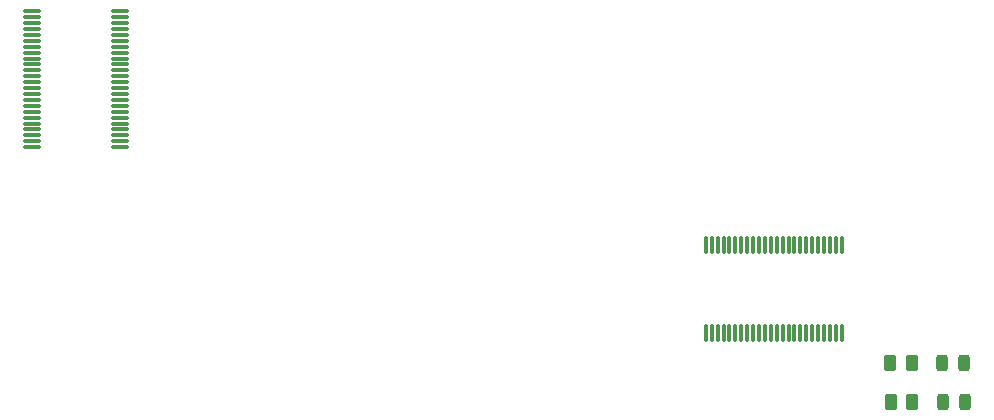
<source format=gtp>
%TF.GenerationSoftware,KiCad,Pcbnew,(6.0.10-0)*%
%TF.CreationDate,2023-01-19T22:09:39-05:00*%
%TF.ProjectId,Tang Primer 20k HD6309 Board,54616e67-2050-4726-996d-65722032306b,rev?*%
%TF.SameCoordinates,Original*%
%TF.FileFunction,Paste,Top*%
%TF.FilePolarity,Positive*%
%FSLAX46Y46*%
G04 Gerber Fmt 4.6, Leading zero omitted, Abs format (unit mm)*
G04 Created by KiCad (PCBNEW (6.0.10-0)) date 2023-01-19 22:09:39*
%MOMM*%
%LPD*%
G01*
G04 APERTURE LIST*
G04 Aperture macros list*
%AMRoundRect*
0 Rectangle with rounded corners*
0 $1 Rounding radius*
0 $2 $3 $4 $5 $6 $7 $8 $9 X,Y pos of 4 corners*
0 Add a 4 corners polygon primitive as box body*
4,1,4,$2,$3,$4,$5,$6,$7,$8,$9,$2,$3,0*
0 Add four circle primitives for the rounded corners*
1,1,$1+$1,$2,$3*
1,1,$1+$1,$4,$5*
1,1,$1+$1,$6,$7*
1,1,$1+$1,$8,$9*
0 Add four rect primitives between the rounded corners*
20,1,$1+$1,$2,$3,$4,$5,0*
20,1,$1+$1,$4,$5,$6,$7,0*
20,1,$1+$1,$6,$7,$8,$9,0*
20,1,$1+$1,$8,$9,$2,$3,0*%
G04 Aperture macros list end*
%ADD10RoundRect,0.250000X-0.262500X-0.450000X0.262500X-0.450000X0.262500X0.450000X-0.262500X0.450000X0*%
%ADD11RoundRect,0.243750X0.243750X0.456250X-0.243750X0.456250X-0.243750X-0.456250X0.243750X-0.456250X0*%
%ADD12RoundRect,0.075000X-0.662500X-0.075000X0.662500X-0.075000X0.662500X0.075000X-0.662500X0.075000X0*%
%ADD13RoundRect,0.075000X0.075000X-0.662500X0.075000X0.662500X-0.075000X0.662500X-0.075000X-0.662500X0*%
G04 APERTURE END LIST*
D10*
X109457500Y-100826000D03*
X107632500Y-100826000D03*
X109521000Y-104140000D03*
X107696000Y-104140000D03*
D11*
X113902500Y-100826000D03*
X112027500Y-100826000D03*
X113967500Y-104140000D03*
X112092500Y-104140000D03*
D12*
X42447500Y-71085000D03*
X42447500Y-71585000D03*
X42447500Y-72085000D03*
X42447500Y-72585000D03*
X42447500Y-73085000D03*
X42447500Y-73585000D03*
X42447500Y-74085000D03*
X42447500Y-74585000D03*
X42447500Y-75085000D03*
X42447500Y-75585000D03*
X42447500Y-76085000D03*
X42447500Y-76585000D03*
X42447500Y-77085000D03*
X42447500Y-77585000D03*
X42447500Y-78085000D03*
X42447500Y-78585000D03*
X42447500Y-79085000D03*
X42447500Y-79585000D03*
X42447500Y-80085000D03*
X42447500Y-80585000D03*
X42447500Y-81085000D03*
X42447500Y-81585000D03*
X42447500Y-82085000D03*
X42447500Y-82585000D03*
X35022500Y-82585000D03*
X35022500Y-82085000D03*
X35022500Y-81585000D03*
X35022500Y-81085000D03*
X35022500Y-80585000D03*
X35022500Y-80085000D03*
X35022500Y-79585000D03*
X35022500Y-79085000D03*
X35022500Y-78585000D03*
X35022500Y-78085000D03*
X35022500Y-77585000D03*
X35022500Y-77085000D03*
X35022500Y-76585000D03*
X35022500Y-76085000D03*
X35022500Y-75585000D03*
X35022500Y-75085000D03*
X35022500Y-74585000D03*
X35022500Y-74085000D03*
X35022500Y-73585000D03*
X35022500Y-73085000D03*
X35022500Y-72585000D03*
X35022500Y-72085000D03*
X35022500Y-71585000D03*
X35022500Y-71085000D03*
D13*
X92040000Y-98327500D03*
X92540000Y-98327500D03*
X93040000Y-98327500D03*
X93540000Y-98327500D03*
X94040000Y-98327500D03*
X94540000Y-98327500D03*
X95040000Y-98327500D03*
X95540000Y-98327500D03*
X96040000Y-98327500D03*
X96540000Y-98327500D03*
X97040000Y-98327500D03*
X97540000Y-98327500D03*
X98040000Y-98327500D03*
X98540000Y-98327500D03*
X99040000Y-98327500D03*
X99540000Y-98327500D03*
X100040000Y-98327500D03*
X100540000Y-98327500D03*
X101040000Y-98327500D03*
X101540000Y-98327500D03*
X102040000Y-98327500D03*
X102540000Y-98327500D03*
X103040000Y-98327500D03*
X103540000Y-98327500D03*
X103540000Y-90902500D03*
X103040000Y-90902500D03*
X102540000Y-90902500D03*
X102040000Y-90902500D03*
X101540000Y-90902500D03*
X101040000Y-90902500D03*
X100540000Y-90902500D03*
X100040000Y-90902500D03*
X99540000Y-90902500D03*
X99040000Y-90902500D03*
X98540000Y-90902500D03*
X98040000Y-90902500D03*
X97540000Y-90902500D03*
X97040000Y-90902500D03*
X96540000Y-90902500D03*
X96040000Y-90902500D03*
X95540000Y-90902500D03*
X95040000Y-90902500D03*
X94540000Y-90902500D03*
X94040000Y-90902500D03*
X93540000Y-90902500D03*
X93040000Y-90902500D03*
X92540000Y-90902500D03*
X92040000Y-90902500D03*
M02*

</source>
